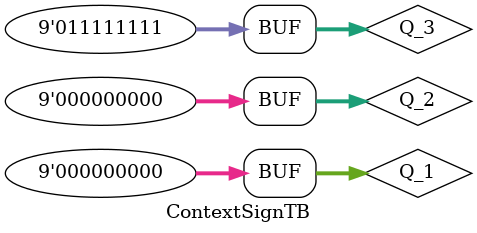
<source format=v>
`timescale 1ns/1ns
`include "ContextSign.v"

module ContextSignTB ();

	reg [8:0] Q_1, Q_2, Q_3;
	wire sign;

	ContextSign CSign (.Q_1(Q_1), .Q_2(Q_2), .Q_3(Q_3), .sign(sign));

	initial begin
		Q_1 = 0; Q_2 = 256; Q_3 = 0;
		#15;
		Q_1 = 0; Q_2 = 0; Q_3 = 256;
		#15;
		Q_1 = 256; Q_2 = 0; Q_3 = 0;
		#15;
		Q_1 = 1; Q_2 = 256; Q_3 = 0;
		#15;
		Q_1 = 0; Q_2 = 0; Q_3 = 255;
		#15;
	end

endmodule
</source>
